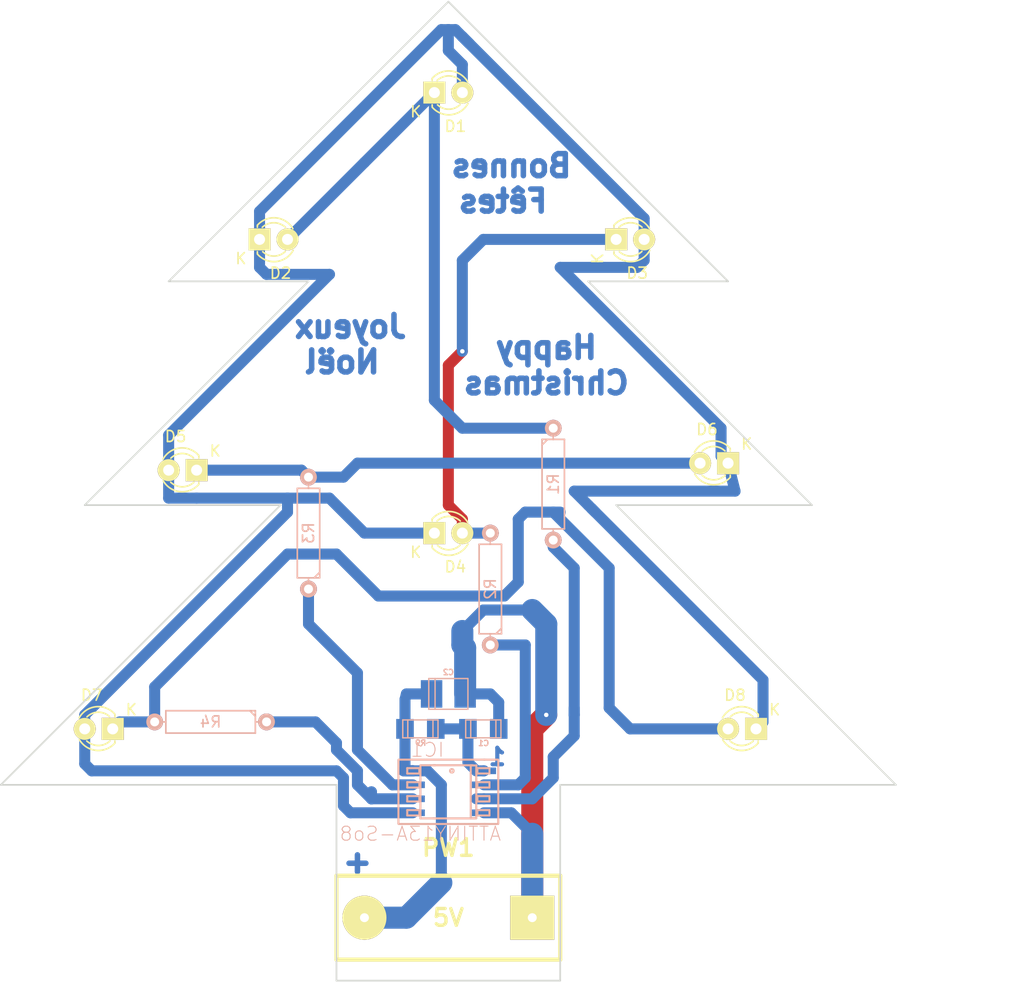
<source format=kicad_pcb>
(kicad_pcb (version 4) (host pcbnew 4.0.0-rc1-stable)

  (general
    (links 28)
    (no_connects 0)
    (area 65.964999 32.944999 147.395001 121.995001)
    (thickness 1.6)
    (drawings 23)
    (tracks 146)
    (zones 0)
    (modules 17)
    (nets 13)
  )

  (page A4)
  (layers
    (0 F.Cu signal)
    (31 B.Cu signal)
    (32 B.Adhes user)
    (33 F.Adhes user)
    (34 B.Paste user)
    (35 F.Paste user)
    (36 B.SilkS user)
    (37 F.SilkS user)
    (38 B.Mask user)
    (39 F.Mask user)
    (40 Dwgs.User user)
    (41 Cmts.User user)
    (42 Eco1.User user)
    (43 Eco2.User user)
    (44 Edge.Cuts user)
    (45 Margin user)
    (46 B.CrtYd user)
    (47 F.CrtYd user)
    (48 B.Fab user)
    (49 F.Fab user)
  )

  (setup
    (last_trace_width 0.25)
    (user_trace_width 0.5)
    (user_trace_width 0.6)
    (user_trace_width 0.8)
    (user_trace_width 1)
    (user_trace_width 2)
    (trace_clearance 0.2)
    (zone_clearance 0.508)
    (zone_45_only no)
    (trace_min 0.2)
    (segment_width 0.2)
    (edge_width 0.15)
    (via_size 0.6)
    (via_drill 0.4)
    (via_min_size 0.4)
    (via_min_drill 0.3)
    (uvia_size 0.3)
    (uvia_drill 0.1)
    (uvias_allowed no)
    (uvia_min_size 0.2)
    (uvia_min_drill 0.1)
    (pcb_text_width 0.3)
    (pcb_text_size 1.5 1.5)
    (mod_edge_width 0.15)
    (mod_text_size 1 1)
    (mod_text_width 0.15)
    (pad_size 1.524 1.524)
    (pad_drill 0.762)
    (pad_to_mask_clearance 0.2)
    (aux_axis_origin 0 0)
    (visible_elements 7FFFFFFF)
    (pcbplotparams
      (layerselection 0x00030_80000001)
      (usegerberextensions false)
      (excludeedgelayer true)
      (linewidth 0.100000)
      (plotframeref false)
      (viasonmask false)
      (mode 1)
      (useauxorigin false)
      (hpglpennumber 1)
      (hpglpenspeed 20)
      (hpglpendiameter 15)
      (hpglpenoverlay 2)
      (psnegative false)
      (psa4output false)
      (plotreference true)
      (plotvalue true)
      (plotinvisibletext false)
      (padsonsilk false)
      (subtractmaskfromsilk false)
      (outputformat 1)
      (mirror false)
      (drillshape 1)
      (scaleselection 1)
      (outputdirectory ""))
  )

  (net 0 "")
  (net 1 GND)
  (net 2 +5V)
  (net 3 "Net-(C1-Pad2)")
  (net 4 "Net-(D1-Pad2)")
  (net 5 "Net-(D1-Pad1)")
  (net 6 "Net-(D3-Pad1)")
  (net 7 "Net-(D5-Pad1)")
  (net 8 "Net-(D7-Pad1)")
  (net 9 "Net-(IC1-Pad2)")
  (net 10 "Net-(IC1-Pad3)")
  (net 11 "Net-(IC1-Pad6)")
  (net 12 "Net-(IC1-Pad7)")

  (net_class Default "Ceci est la Netclass par défaut"
    (clearance 0.2)
    (trace_width 0.25)
    (via_dia 0.6)
    (via_drill 0.4)
    (uvia_dia 0.3)
    (uvia_drill 0.1)
    (add_net +5V)
    (add_net GND)
    (add_net "Net-(C1-Pad2)")
    (add_net "Net-(D1-Pad1)")
    (add_net "Net-(D1-Pad2)")
    (add_net "Net-(D3-Pad1)")
    (add_net "Net-(D5-Pad1)")
    (add_net "Net-(D7-Pad1)")
    (add_net "Net-(IC1-Pad2)")
    (add_net "Net-(IC1-Pad3)")
    (add_net "Net-(IC1-Pad6)")
    (add_net "Net-(IC1-Pad7)")
  )

  (module w_smd_resistors:r_1206 (layer B.Cu) (tedit 490473CD) (tstamp 5635262E)
    (at 104.14 99.06)
    (descr "SMT resistor, 1206")
    (path /52CA7003)
    (fp_text reference R9 (at 0.0254 1.27) (layer B.SilkS)
      (effects (font (size 0.50038 0.50038) (thickness 0.11938)) (justify mirror))
    )
    (fp_text value 10K (at 0 -1.27) (layer B.SilkS) hide
      (effects (font (size 0.50038 0.50038) (thickness 0.11938)) (justify mirror))
    )
    (fp_line (start 1.143 -0.8128) (end 1.143 0.8128) (layer B.SilkS) (width 0.127))
    (fp_line (start -1.143 0.8128) (end -1.143 -0.8128) (layer B.SilkS) (width 0.127))
    (fp_line (start -1.6002 0.8128) (end -1.6002 -0.8128) (layer B.SilkS) (width 0.127))
    (fp_line (start -1.6002 -0.8128) (end 1.6002 -0.8128) (layer B.SilkS) (width 0.127))
    (fp_line (start 1.6002 -0.8128) (end 1.6002 0.8128) (layer B.SilkS) (width 0.127))
    (fp_line (start 1.6002 0.8128) (end -1.6002 0.8128) (layer B.SilkS) (width 0.127))
    (pad 1 smd rect (at 1.397 0) (size 1.6002 1.8034) (layers B.Cu B.Paste B.Mask)
      (net 3 "Net-(C1-Pad2)"))
    (pad 2 smd rect (at -1.397 0) (size 1.6002 1.8034) (layers B.Cu B.Paste B.Mask)
      (net 2 +5V))
    (model walter\smd_resistors\r_1206.wrl
      (at (xyz 0 0 0))
      (scale (xyz 1 1 1))
      (rotate (xyz 0 0 0))
    )
  )

  (module w_smd_cap:c_1206 (layer B.Cu) (tedit 490473F0) (tstamp 563526C3)
    (at 109.855 99.06)
    (descr "SMT capacitor, 1206")
    (path /52CA702D)
    (fp_text reference C1 (at 0.0254 1.2954) (layer B.SilkS)
      (effects (font (size 0.50038 0.50038) (thickness 0.11938)) (justify mirror))
    )
    (fp_text value 100nF (at 0 -1.27) (layer B.SilkS) hide
      (effects (font (size 0.50038 0.50038) (thickness 0.11938)) (justify mirror))
    )
    (fp_line (start 1.143 -0.8128) (end 1.143 0.8128) (layer B.SilkS) (width 0.127))
    (fp_line (start -1.143 0.8128) (end -1.143 -0.8128) (layer B.SilkS) (width 0.127))
    (fp_line (start -1.6002 0.8128) (end -1.6002 -0.8128) (layer B.SilkS) (width 0.127))
    (fp_line (start -1.6002 -0.8128) (end 1.6002 -0.8128) (layer B.SilkS) (width 0.127))
    (fp_line (start 1.6002 -0.8128) (end 1.6002 0.8128) (layer B.SilkS) (width 0.127))
    (fp_line (start 1.6002 0.8128) (end -1.6002 0.8128) (layer B.SilkS) (width 0.127))
    (pad 1 smd rect (at 1.397 0) (size 1.6002 1.8034) (layers B.Cu B.Paste B.Mask)
      (net 1 GND))
    (pad 2 smd rect (at -1.397 0) (size 1.6002 1.8034) (layers B.Cu B.Paste B.Mask)
      (net 3 "Net-(C1-Pad2)"))
    (model walter\smd_cap\c_1206.wrl
      (at (xyz 0 0 0))
      (scale (xyz 1 1 1))
      (rotate (xyz 0 0 0))
    )
  )

  (module w_smd_cap:c_tant_B (layer B.Cu) (tedit 4D5D91C5) (tstamp 563526C8)
    (at 106.68 95.885 180)
    (descr "SMT capacitor, tantalum size B")
    (path /5324BB78)
    (fp_text reference C2 (at 0 1.9685 180) (layer B.SilkS)
      (effects (font (size 0.50038 0.50038) (thickness 0.11938)) (justify mirror))
    )
    (fp_text value 10uF (at 0 -1.9685 180) (layer B.SilkS) hide
      (effects (font (size 0.50038 0.50038) (thickness 0.11938)) (justify mirror))
    )
    (fp_line (start 1.2065 1.397) (end 1.2065 -1.397) (layer B.SilkS) (width 0.127))
    (fp_line (start 1.778 1.397) (end -1.778 1.397) (layer B.SilkS) (width 0.127))
    (fp_line (start -1.778 1.397) (end -1.778 -1.397) (layer B.SilkS) (width 0.127))
    (fp_line (start -1.778 -1.397) (end 1.778 -1.397) (layer B.SilkS) (width 0.127))
    (fp_line (start 1.778 -1.397) (end 1.778 1.397) (layer B.SilkS) (width 0.127))
    (pad 1 smd rect (at 1.524 0 180) (size 1.95072 2.49936) (layers B.Cu B.Paste B.Mask)
      (net 2 +5V))
    (pad 2 smd rect (at -1.524 0 180) (size 1.95072 2.49936) (layers B.Cu B.Paste B.Mask)
      (net 1 GND))
    (model walter\smd_cap\c_tant_B.wrl
      (at (xyz 0 0 0))
      (scale (xyz 1 1 1))
      (rotate (xyz 0 0 0))
    )
  )

  (module LEDs:LED-3MM (layer F.Cu) (tedit 559B82F6) (tstamp 563526CD)
    (at 105.41 41.275)
    (descr "LED 3mm round vertical")
    (tags "LED  3mm round vertical")
    (path /52C9CCA2)
    (fp_text reference D1 (at 1.91 3.06) (layer F.SilkS)
      (effects (font (size 1 1) (thickness 0.15)))
    )
    (fp_text value LED (at 1.3 -2.9) (layer F.Fab)
      (effects (font (size 1 1) (thickness 0.15)))
    )
    (fp_line (start -1.2 2.3) (end 3.8 2.3) (layer F.CrtYd) (width 0.05))
    (fp_line (start 3.8 2.3) (end 3.8 -2.2) (layer F.CrtYd) (width 0.05))
    (fp_line (start 3.8 -2.2) (end -1.2 -2.2) (layer F.CrtYd) (width 0.05))
    (fp_line (start -1.2 -2.2) (end -1.2 2.3) (layer F.CrtYd) (width 0.05))
    (fp_line (start -0.199 1.314) (end -0.199 1.114) (layer F.SilkS) (width 0.15))
    (fp_line (start -0.199 -1.28) (end -0.199 -1.1) (layer F.SilkS) (width 0.15))
    (fp_arc (start 1.301 0.034) (end -0.199 -1.286) (angle 108.5) (layer F.SilkS) (width 0.15))
    (fp_arc (start 1.301 0.034) (end 0.25 -1.1) (angle 85.7) (layer F.SilkS) (width 0.15))
    (fp_arc (start 1.311 0.034) (end 3.051 0.994) (angle 110) (layer F.SilkS) (width 0.15))
    (fp_arc (start 1.301 0.034) (end 2.335 1.094) (angle 87.5) (layer F.SilkS) (width 0.15))
    (fp_text user K (at -1.69 1.74) (layer F.SilkS)
      (effects (font (size 1 1) (thickness 0.15)))
    )
    (pad 1 thru_hole rect (at 0 0 90) (size 2 2) (drill 1.00076) (layers *.Cu *.Mask F.SilkS)
      (net 5 "Net-(D1-Pad1)"))
    (pad 2 thru_hole circle (at 2.54 0) (size 2 2) (drill 1.00076) (layers *.Cu *.Mask F.SilkS)
      (net 4 "Net-(D1-Pad2)"))
    (model "../../../../../../Program Files (x86)/KiCad/share/modules/packages3d/LED-&-7-Segments/led_3mm_clear.wrl"
      (at (xyz 0.05 0 0))
      (scale (xyz 1 1 1))
      (rotate (xyz 0 0 90))
    )
  )

  (module LEDs:LED-3MM (layer F.Cu) (tedit 559B82F6) (tstamp 563526D2)
    (at 89.535 54.61)
    (descr "LED 3mm round vertical")
    (tags "LED  3mm round vertical")
    (path /52C9CD5B)
    (fp_text reference D2 (at 1.91 3.06) (layer F.SilkS)
      (effects (font (size 1 1) (thickness 0.15)))
    )
    (fp_text value LED (at 1.3 -2.9) (layer F.Fab)
      (effects (font (size 1 1) (thickness 0.15)))
    )
    (fp_line (start -1.2 2.3) (end 3.8 2.3) (layer F.CrtYd) (width 0.05))
    (fp_line (start 3.8 2.3) (end 3.8 -2.2) (layer F.CrtYd) (width 0.05))
    (fp_line (start 3.8 -2.2) (end -1.2 -2.2) (layer F.CrtYd) (width 0.05))
    (fp_line (start -1.2 -2.2) (end -1.2 2.3) (layer F.CrtYd) (width 0.05))
    (fp_line (start -0.199 1.314) (end -0.199 1.114) (layer F.SilkS) (width 0.15))
    (fp_line (start -0.199 -1.28) (end -0.199 -1.1) (layer F.SilkS) (width 0.15))
    (fp_arc (start 1.301 0.034) (end -0.199 -1.286) (angle 108.5) (layer F.SilkS) (width 0.15))
    (fp_arc (start 1.301 0.034) (end 0.25 -1.1) (angle 85.7) (layer F.SilkS) (width 0.15))
    (fp_arc (start 1.311 0.034) (end 3.051 0.994) (angle 110) (layer F.SilkS) (width 0.15))
    (fp_arc (start 1.301 0.034) (end 2.335 1.094) (angle 87.5) (layer F.SilkS) (width 0.15))
    (fp_text user K (at -1.69 1.74) (layer F.SilkS)
      (effects (font (size 1 1) (thickness 0.15)))
    )
    (pad 1 thru_hole rect (at 0 0 90) (size 2 2) (drill 1.00076) (layers *.Cu *.Mask F.SilkS)
      (net 4 "Net-(D1-Pad2)"))
    (pad 2 thru_hole circle (at 2.54 0) (size 2 2) (drill 1.00076) (layers *.Cu *.Mask F.SilkS)
      (net 5 "Net-(D1-Pad1)"))
    (model "../../../../../../Program Files (x86)/KiCad/share/modules/packages3d/LED-&-7-Segments/led_3mm_green.wrl"
      (at (xyz 0.05 0 0))
      (scale (xyz 1 1 1))
      (rotate (xyz 0 0 90))
    )
  )

  (module LEDs:LED-3MM (layer F.Cu) (tedit 5636768C) (tstamp 563526D7)
    (at 121.92 54.61)
    (descr "LED 3mm round vertical")
    (tags "LED  3mm round vertical")
    (path /52C9CCE6)
    (fp_text reference D3 (at 1.91 3.06) (layer F.SilkS)
      (effects (font (size 1 1) (thickness 0.15)))
    )
    (fp_text value LED (at 1.3 -2.9) (layer F.Fab)
      (effects (font (size 1 1) (thickness 0.15)))
    )
    (fp_line (start -1.2 2.3) (end 3.8 2.3) (layer F.CrtYd) (width 0.05))
    (fp_line (start 3.8 2.3) (end 3.8 -2.2) (layer F.CrtYd) (width 0.05))
    (fp_line (start 3.8 -2.2) (end -1.2 -2.2) (layer F.CrtYd) (width 0.05))
    (fp_line (start -1.2 -2.2) (end -1.2 2.3) (layer F.CrtYd) (width 0.05))
    (fp_line (start -0.199 1.314) (end -0.199 1.114) (layer F.SilkS) (width 0.15))
    (fp_line (start -0.199 -1.28) (end -0.199 -1.1) (layer F.SilkS) (width 0.15))
    (fp_arc (start 1.301 0.034) (end -0.199 -1.286) (angle 108.5) (layer F.SilkS) (width 0.15))
    (fp_arc (start 1.301 0.034) (end 0.25 -1.1) (angle 85.7) (layer F.SilkS) (width 0.15))
    (fp_arc (start 1.311 0.034) (end 3.051 0.994) (angle 110) (layer F.SilkS) (width 0.15))
    (fp_arc (start 1.301 0.034) (end 2.335 1.094) (angle 87.5) (layer F.SilkS) (width 0.15))
    (fp_text user K (at -1.69 1.74 90) (layer F.SilkS)
      (effects (font (size 1 1) (thickness 0.15)))
    )
    (pad 1 thru_hole rect (at 0 0 90) (size 2 2) (drill 1.00076) (layers *.Cu *.Mask F.SilkS)
      (net 6 "Net-(D3-Pad1)"))
    (pad 2 thru_hole circle (at 2.54 0) (size 2 2) (drill 1.00076) (layers *.Cu *.Mask F.SilkS)
      (net 4 "Net-(D1-Pad2)"))
    (model "../../../../../../Program Files (x86)/KiCad/share/modules/packages3d/LED-&-7-Segments/led_3mm_green.wrl"
      (at (xyz 0.05 0 0))
      (scale (xyz 1 1 1))
      (rotate (xyz 0 0 90))
    )
  )

  (module LEDs:LED-3MM (layer F.Cu) (tedit 559B82F6) (tstamp 563526DC)
    (at 105.41 81.28)
    (descr "LED 3mm round vertical")
    (tags "LED  3mm round vertical")
    (path /52C9CD55)
    (fp_text reference D4 (at 1.91 3.06) (layer F.SilkS)
      (effects (font (size 1 1) (thickness 0.15)))
    )
    (fp_text value LED (at 1.3 -2.9) (layer F.Fab)
      (effects (font (size 1 1) (thickness 0.15)))
    )
    (fp_line (start -1.2 2.3) (end 3.8 2.3) (layer F.CrtYd) (width 0.05))
    (fp_line (start 3.8 2.3) (end 3.8 -2.2) (layer F.CrtYd) (width 0.05))
    (fp_line (start 3.8 -2.2) (end -1.2 -2.2) (layer F.CrtYd) (width 0.05))
    (fp_line (start -1.2 -2.2) (end -1.2 2.3) (layer F.CrtYd) (width 0.05))
    (fp_line (start -0.199 1.314) (end -0.199 1.114) (layer F.SilkS) (width 0.15))
    (fp_line (start -0.199 -1.28) (end -0.199 -1.1) (layer F.SilkS) (width 0.15))
    (fp_arc (start 1.301 0.034) (end -0.199 -1.286) (angle 108.5) (layer F.SilkS) (width 0.15))
    (fp_arc (start 1.301 0.034) (end 0.25 -1.1) (angle 85.7) (layer F.SilkS) (width 0.15))
    (fp_arc (start 1.311 0.034) (end 3.051 0.994) (angle 110) (layer F.SilkS) (width 0.15))
    (fp_arc (start 1.301 0.034) (end 2.335 1.094) (angle 87.5) (layer F.SilkS) (width 0.15))
    (fp_text user K (at -1.69 1.74) (layer F.SilkS)
      (effects (font (size 1 1) (thickness 0.15)))
    )
    (pad 1 thru_hole rect (at 0 0 90) (size 2 2) (drill 1.00076) (layers *.Cu *.Mask F.SilkS)
      (net 4 "Net-(D1-Pad2)"))
    (pad 2 thru_hole circle (at 2.54 0) (size 2 2) (drill 1.00076) (layers *.Cu *.Mask F.SilkS)
      (net 6 "Net-(D3-Pad1)"))
    (model "../../../../../../Program Files (x86)/KiCad/share/modules/packages3d/LED-&-7-Segments/led_3mm_blue.wrl"
      (at (xyz 0.05 0 0))
      (scale (xyz 1 1 1))
      (rotate (xyz 0 0 90))
    )
  )

  (module LEDs:LED-3MM (layer F.Cu) (tedit 559B82F6) (tstamp 563526E1)
    (at 83.82 75.565 180)
    (descr "LED 3mm round vertical")
    (tags "LED  3mm round vertical")
    (path /52C9CC13)
    (fp_text reference D5 (at 1.91 3.06 180) (layer F.SilkS)
      (effects (font (size 1 1) (thickness 0.15)))
    )
    (fp_text value LED (at 1.3 -2.9 180) (layer F.Fab)
      (effects (font (size 1 1) (thickness 0.15)))
    )
    (fp_line (start -1.2 2.3) (end 3.8 2.3) (layer F.CrtYd) (width 0.05))
    (fp_line (start 3.8 2.3) (end 3.8 -2.2) (layer F.CrtYd) (width 0.05))
    (fp_line (start 3.8 -2.2) (end -1.2 -2.2) (layer F.CrtYd) (width 0.05))
    (fp_line (start -1.2 -2.2) (end -1.2 2.3) (layer F.CrtYd) (width 0.05))
    (fp_line (start -0.199 1.314) (end -0.199 1.114) (layer F.SilkS) (width 0.15))
    (fp_line (start -0.199 -1.28) (end -0.199 -1.1) (layer F.SilkS) (width 0.15))
    (fp_arc (start 1.301 0.034) (end -0.199 -1.286) (angle 108.5) (layer F.SilkS) (width 0.15))
    (fp_arc (start 1.301 0.034) (end 0.25 -1.1) (angle 85.7) (layer F.SilkS) (width 0.15))
    (fp_arc (start 1.311 0.034) (end 3.051 0.994) (angle 110) (layer F.SilkS) (width 0.15))
    (fp_arc (start 1.301 0.034) (end 2.335 1.094) (angle 87.5) (layer F.SilkS) (width 0.15))
    (fp_text user K (at -1.69 1.74 180) (layer F.SilkS)
      (effects (font (size 1 1) (thickness 0.15)))
    )
    (pad 1 thru_hole rect (at 0 0 270) (size 2 2) (drill 1.00076) (layers *.Cu *.Mask F.SilkS)
      (net 7 "Net-(D5-Pad1)"))
    (pad 2 thru_hole circle (at 2.54 0 180) (size 2 2) (drill 1.00076) (layers *.Cu *.Mask F.SilkS)
      (net 4 "Net-(D1-Pad2)"))
    (model "../../../../../../Program Files (x86)/KiCad/share/modules/packages3d/LED-&-7-Segments/led_3mm_yellow.wrl"
      (at (xyz 0.05 0 0))
      (scale (xyz 1 1 1))
      (rotate (xyz 0 0 90))
    )
  )

  (module LEDs:LED-3MM (layer F.Cu) (tedit 559B82F6) (tstamp 563526E6)
    (at 132.08 74.93 180)
    (descr "LED 3mm round vertical")
    (tags "LED  3mm round vertical")
    (path /52C9CD99)
    (fp_text reference D6 (at 1.91 3.06 180) (layer F.SilkS)
      (effects (font (size 1 1) (thickness 0.15)))
    )
    (fp_text value LED (at 1.3 -2.9 180) (layer F.Fab)
      (effects (font (size 1 1) (thickness 0.15)))
    )
    (fp_line (start -1.2 2.3) (end 3.8 2.3) (layer F.CrtYd) (width 0.05))
    (fp_line (start 3.8 2.3) (end 3.8 -2.2) (layer F.CrtYd) (width 0.05))
    (fp_line (start 3.8 -2.2) (end -1.2 -2.2) (layer F.CrtYd) (width 0.05))
    (fp_line (start -1.2 -2.2) (end -1.2 2.3) (layer F.CrtYd) (width 0.05))
    (fp_line (start -0.199 1.314) (end -0.199 1.114) (layer F.SilkS) (width 0.15))
    (fp_line (start -0.199 -1.28) (end -0.199 -1.1) (layer F.SilkS) (width 0.15))
    (fp_arc (start 1.301 0.034) (end -0.199 -1.286) (angle 108.5) (layer F.SilkS) (width 0.15))
    (fp_arc (start 1.301 0.034) (end 0.25 -1.1) (angle 85.7) (layer F.SilkS) (width 0.15))
    (fp_arc (start 1.311 0.034) (end 3.051 0.994) (angle 110) (layer F.SilkS) (width 0.15))
    (fp_arc (start 1.301 0.034) (end 2.335 1.094) (angle 87.5) (layer F.SilkS) (width 0.15))
    (fp_text user K (at -1.69 1.74 180) (layer F.SilkS)
      (effects (font (size 1 1) (thickness 0.15)))
    )
    (pad 1 thru_hole rect (at 0 0 270) (size 2 2) (drill 1.00076) (layers *.Cu *.Mask F.SilkS)
      (net 4 "Net-(D1-Pad2)"))
    (pad 2 thru_hole circle (at 2.54 0 180) (size 2 2) (drill 1.00076) (layers *.Cu *.Mask F.SilkS)
      (net 7 "Net-(D5-Pad1)"))
    (model "../../../../../../Program Files (x86)/KiCad/share/modules/packages3d/LED-&-7-Segments/led_3mm_yellow.wrl"
      (at (xyz 0.05 0 0))
      (scale (xyz 1 1 1))
      (rotate (xyz 0 0 90))
    )
  )

  (module LEDs:LED-3MM (layer F.Cu) (tedit 559B82F6) (tstamp 563526EB)
    (at 76.2 99.06 180)
    (descr "LED 3mm round vertical")
    (tags "LED  3mm round vertical")
    (path /52C9CCE0)
    (fp_text reference D7 (at 1.91 3.06 180) (layer F.SilkS)
      (effects (font (size 1 1) (thickness 0.15)))
    )
    (fp_text value LED (at 1.3 -2.9 180) (layer F.Fab)
      (effects (font (size 1 1) (thickness 0.15)))
    )
    (fp_line (start -1.2 2.3) (end 3.8 2.3) (layer F.CrtYd) (width 0.05))
    (fp_line (start 3.8 2.3) (end 3.8 -2.2) (layer F.CrtYd) (width 0.05))
    (fp_line (start 3.8 -2.2) (end -1.2 -2.2) (layer F.CrtYd) (width 0.05))
    (fp_line (start -1.2 -2.2) (end -1.2 2.3) (layer F.CrtYd) (width 0.05))
    (fp_line (start -0.199 1.314) (end -0.199 1.114) (layer F.SilkS) (width 0.15))
    (fp_line (start -0.199 -1.28) (end -0.199 -1.1) (layer F.SilkS) (width 0.15))
    (fp_arc (start 1.301 0.034) (end -0.199 -1.286) (angle 108.5) (layer F.SilkS) (width 0.15))
    (fp_arc (start 1.301 0.034) (end 0.25 -1.1) (angle 85.7) (layer F.SilkS) (width 0.15))
    (fp_arc (start 1.311 0.034) (end 3.051 0.994) (angle 110) (layer F.SilkS) (width 0.15))
    (fp_arc (start 1.301 0.034) (end 2.335 1.094) (angle 87.5) (layer F.SilkS) (width 0.15))
    (fp_text user K (at -1.69 1.74 180) (layer F.SilkS)
      (effects (font (size 1 1) (thickness 0.15)))
    )
    (pad 1 thru_hole rect (at 0 0 270) (size 2 2) (drill 1.00076) (layers *.Cu *.Mask F.SilkS)
      (net 8 "Net-(D7-Pad1)"))
    (pad 2 thru_hole circle (at 2.54 0 180) (size 2 2) (drill 1.00076) (layers *.Cu *.Mask F.SilkS)
      (net 4 "Net-(D1-Pad2)"))
    (model "../../../../../../Program Files (x86)/KiCad/share/modules/packages3d/LED-&-7-Segments/led_3mm_red.wrl"
      (at (xyz 0.05 0 0))
      (scale (xyz 1 1 1))
      (rotate (xyz 0 0 90))
    )
  )

  (module LEDs:LED-3MM (layer F.Cu) (tedit 559B82F6) (tstamp 563526F0)
    (at 134.62 99.06 180)
    (descr "LED 3mm round vertical")
    (tags "LED  3mm round vertical")
    (path /52C9CD93)
    (fp_text reference D8 (at 1.91 3.06 180) (layer F.SilkS)
      (effects (font (size 1 1) (thickness 0.15)))
    )
    (fp_text value LED (at 1.3 -2.9 180) (layer F.Fab)
      (effects (font (size 1 1) (thickness 0.15)))
    )
    (fp_line (start -1.2 2.3) (end 3.8 2.3) (layer F.CrtYd) (width 0.05))
    (fp_line (start 3.8 2.3) (end 3.8 -2.2) (layer F.CrtYd) (width 0.05))
    (fp_line (start 3.8 -2.2) (end -1.2 -2.2) (layer F.CrtYd) (width 0.05))
    (fp_line (start -1.2 -2.2) (end -1.2 2.3) (layer F.CrtYd) (width 0.05))
    (fp_line (start -0.199 1.314) (end -0.199 1.114) (layer F.SilkS) (width 0.15))
    (fp_line (start -0.199 -1.28) (end -0.199 -1.1) (layer F.SilkS) (width 0.15))
    (fp_arc (start 1.301 0.034) (end -0.199 -1.286) (angle 108.5) (layer F.SilkS) (width 0.15))
    (fp_arc (start 1.301 0.034) (end 0.25 -1.1) (angle 85.7) (layer F.SilkS) (width 0.15))
    (fp_arc (start 1.311 0.034) (end 3.051 0.994) (angle 110) (layer F.SilkS) (width 0.15))
    (fp_arc (start 1.301 0.034) (end 2.335 1.094) (angle 87.5) (layer F.SilkS) (width 0.15))
    (fp_text user K (at -1.69 1.74 180) (layer F.SilkS)
      (effects (font (size 1 1) (thickness 0.15)))
    )
    (pad 1 thru_hole rect (at 0 0 270) (size 2 2) (drill 1.00076) (layers *.Cu *.Mask F.SilkS)
      (net 4 "Net-(D1-Pad2)"))
    (pad 2 thru_hole circle (at 2.54 0 180) (size 2 2) (drill 1.00076) (layers *.Cu *.Mask F.SilkS)
      (net 8 "Net-(D7-Pad1)"))
    (model "../../../../../../Program Files (x86)/KiCad/share/modules/packages3d/LED-&-7-Segments/led_3mm_red.wrl"
      (at (xyz 0.05 0 0))
      (scale (xyz 1 1 1))
      (rotate (xyz 0 0 90))
    )
  )

  (module ATtiny13:ATtiny13 (layer B.Cu) (tedit 4E064003) (tstamp 563526F5)
    (at 106.045 104.775 270)
    (descr "SMALL OUTLINE INTEGRATED CIRCUIT")
    (tags "SMALL OUTLINE INTEGRATED CIRCUIT")
    (path /52BED7E9)
    (attr smd)
    (fp_text reference IC1 (at -3.81 1.27 540) (layer B.SilkS)
      (effects (font (size 1.27 1.27) (thickness 0.0889)) (justify mirror))
    )
    (fp_text value ATTINY13A-So8 (at 3.81 1.905 540) (layer B.SilkS)
      (effects (font (size 1.27 1.27) (thickness 0.0889)) (justify mirror))
    )
    (fp_line (start -2.921 -3.937) (end -2.921 3.8735) (layer B.SilkS) (width 0.1905))
    (fp_line (start 2.921 -4.0005) (end 2.921 3.8735) (layer B.SilkS) (width 0.1905))
    (fp_line (start -2.921 -3.8735) (end -2.921 -5.1435) (layer B.SilkS) (width 0.1905))
    (fp_line (start 2.921 -3.8735) (end 2.921 -5.1435) (layer B.SilkS) (width 0.1905))
    (fp_line (start -2.413 0.6985) (end -2.413 -2.8575) (layer B.SilkS) (width 0.1905))
    (fp_line (start 2.413 0.762) (end 2.413 -3.048) (layer B.SilkS) (width 0.1905))
    (fp_line (start -2.413 0.5715) (end -2.413 1.905) (layer B.SilkS) (width 0.1905))
    (fp_line (start 2.413 0.5715) (end 2.413 1.905) (layer B.SilkS) (width 0.1905))
    (fp_line (start -2.14884 -4.3688) (end -1.65862 -4.3688) (layer B.SilkS) (width 0.1905))
    (fp_line (start -1.65862 -4.3688) (end -1.65862 -3.26898) (layer B.SilkS) (width 0.1905))
    (fp_line (start -2.14884 -3.26898) (end -1.65862 -3.26898) (layer B.SilkS) (width 0.1905))
    (fp_line (start -2.14884 -4.3688) (end -2.14884 -3.26898) (layer B.SilkS) (width 0.1905))
    (fp_line (start -0.87884 -4.3688) (end -0.38862 -4.3688) (layer B.SilkS) (width 0.1905))
    (fp_line (start -0.38862 -4.3688) (end -0.38862 -3.26898) (layer B.SilkS) (width 0.1905))
    (fp_line (start -0.87884 -3.26898) (end -0.38862 -3.26898) (layer B.SilkS) (width 0.1905))
    (fp_line (start -0.87884 -4.3688) (end -0.87884 -3.26898) (layer B.SilkS) (width 0.1905))
    (fp_line (start 0.38862 -4.3688) (end 0.87884 -4.3688) (layer B.SilkS) (width 0.1905))
    (fp_line (start 0.87884 -4.3688) (end 0.87884 -3.26898) (layer B.SilkS) (width 0.1905))
    (fp_line (start 0.38862 -3.26898) (end 0.87884 -3.26898) (layer B.SilkS) (width 0.1905))
    (fp_line (start 0.38862 -4.3688) (end 0.38862 -3.26898) (layer B.SilkS) (width 0.1905))
    (fp_line (start 1.65862 -4.3688) (end 2.14884 -4.3688) (layer B.SilkS) (width 0.1905))
    (fp_line (start 2.14884 -4.3688) (end 2.14884 -3.26898) (layer B.SilkS) (width 0.1905))
    (fp_line (start 1.65862 -3.26898) (end 2.14884 -3.26898) (layer B.SilkS) (width 0.1905))
    (fp_line (start 1.65862 -4.3688) (end 1.65862 -3.26898) (layer B.SilkS) (width 0.1905))
    (fp_line (start 1.65862 1.99898) (end 2.14884 1.99898) (layer B.SilkS) (width 0.1905))
    (fp_line (start 2.14884 1.99898) (end 2.14884 3.0988) (layer B.SilkS) (width 0.1905))
    (fp_line (start 1.65862 3.0988) (end 2.14884 3.0988) (layer B.SilkS) (width 0.1905))
    (fp_line (start 1.65862 1.99898) (end 1.65862 3.0988) (layer B.SilkS) (width 0.1905))
    (fp_line (start 0.38862 1.99898) (end 0.87884 1.99898) (layer B.SilkS) (width 0.1905))
    (fp_line (start 0.87884 1.99898) (end 0.87884 3.0988) (layer B.SilkS) (width 0.1905))
    (fp_line (start 0.38862 3.0988) (end 0.87884 3.0988) (layer B.SilkS) (width 0.1905))
    (fp_line (start 0.38862 1.99898) (end 0.38862 3.0988) (layer B.SilkS) (width 0.1905))
    (fp_line (start -0.87884 1.99898) (end -0.38862 1.99898) (layer B.SilkS) (width 0.1905))
    (fp_line (start -0.38862 1.99898) (end -0.38862 3.0988) (layer B.SilkS) (width 0.1905))
    (fp_line (start -0.87884 3.0988) (end -0.38862 3.0988) (layer B.SilkS) (width 0.1905))
    (fp_line (start -0.87884 1.99898) (end -0.87884 3.0988) (layer B.SilkS) (width 0.1905))
    (fp_line (start -2.14884 1.99898) (end -1.65862 1.99898) (layer B.SilkS) (width 0.1905))
    (fp_line (start -1.65862 1.99898) (end -1.65862 3.0988) (layer B.SilkS) (width 0.1905))
    (fp_line (start -2.14884 3.0988) (end -1.65862 3.0988) (layer B.SilkS) (width 0.1905))
    (fp_line (start -2.14884 1.99898) (end -2.14884 3.0988) (layer B.SilkS) (width 0.1905))
    (fp_line (start -2.89814 3.8989) (end 2.89814 3.8989) (layer B.SilkS) (width 0.1905))
    (fp_line (start 2.89814 -5.1689) (end -2.89814 -5.1689) (layer B.SilkS) (width 0.1905))
    (fp_line (start 2.39776 -2.66954) (end 2.39776 -3.16992) (layer B.SilkS) (width 0.1905))
    (fp_line (start 2.39776 -3.16992) (end -2.39776 -3.16992) (layer B.SilkS) (width 0.1905))
    (fp_line (start -2.39776 -3.16992) (end -2.39776 -2.66954) (layer B.SilkS) (width 0.1905))
    (fp_line (start -2.39776 1.89992) (end 2.39776 1.89992) (layer B.SilkS) (width 0.1905))
    (fp_line (start 2.39776 -2.66954) (end -2.39776 -2.66954) (layer B.SilkS) (width 0.1905))
    (fp_circle (center -1.905 -0.9525) (end -2.01676 -1.06426) (layer B.SilkS) (width 0.1905))
    (pad 1 smd rect (at -1.905 -3.86842 270) (size 0.59944 2.19964) (layers B.Cu B.Paste B.Mask)
      (net 3 "Net-(C1-Pad2)"))
    (pad 2 smd rect (at -0.635 -3.86842 270) (size 0.59944 2.19964) (layers B.Cu B.Paste B.Mask)
      (net 9 "Net-(IC1-Pad2)"))
    (pad 3 smd rect (at 0.635 -3.86842 270) (size 0.59944 2.19964) (layers B.Cu B.Paste B.Mask)
      (net 10 "Net-(IC1-Pad3)"))
    (pad 4 smd rect (at 1.905 -3.86842 270) (size 0.59944 2.19964) (layers B.Cu B.Paste B.Mask)
      (net 1 GND))
    (pad 5 smd rect (at 1.905 2.59842 270) (size 0.59944 2.19964) (layers B.Cu B.Paste B.Mask)
      (net 4 "Net-(D1-Pad2)"))
    (pad 6 smd rect (at 0.635 2.59842 270) (size 0.59944 2.19964) (layers B.Cu B.Paste B.Mask)
      (net 11 "Net-(IC1-Pad6)"))
    (pad 7 smd rect (at -0.635 2.59842 270) (size 0.59944 2.19964) (layers B.Cu B.Paste B.Mask)
      (net 12 "Net-(IC1-Pad7)"))
    (pad 8 smd rect (at -1.905 2.59842 270) (size 0.59944 2.19964) (layers B.Cu B.Paste B.Mask)
      (net 2 +5V))
    (model "C:/Program Files (x86)/KiCad/share/modules/packages3d/walter/smd_dil/so-8.wrl"
      (at (xyz 0 0 0))
      (scale (xyz 1 1 1))
      (rotate (xyz 0 0 0))
    )
  )

  (module 9VConn:9VConn (layer F.Cu) (tedit 4CC82FBE) (tstamp 563680DB)
    (at 106.68 116.205)
    (path /53388D4A)
    (fp_text reference PW1 (at 0 -6.35) (layer F.SilkS)
      (effects (font (thickness 0.3048)))
    )
    (fp_text value 5V (at 0 0) (layer F.SilkS)
      (effects (font (thickness 0.3048)))
    )
    (fp_line (start 10.16 -3.81) (end -10.16 -3.81) (layer F.SilkS) (width 0.381))
    (fp_line (start -10.16 -3.81) (end -10.16 3.81) (layer F.SilkS) (width 0.381))
    (fp_line (start -10.16 3.81) (end 10.16 3.81) (layer F.SilkS) (width 0.381))
    (fp_line (start 10.16 3.81) (end 10.16 -3.81) (layer F.SilkS) (width 0.381))
    (pad 1 thru_hole rect (at 7.62 0) (size 4.0005 4.0005) (drill 0.8128) (layers *.Cu *.Mask F.SilkS)
      (net 1 GND))
    (pad 2 thru_hole circle (at -7.62 0) (size 4.0005 4.0005) (drill 0.8128) (layers *.Cu *.Mask F.SilkS)
      (net 2 +5V))
  )

  (module Discret:R4 (layer B.Cu) (tedit 0) (tstamp 563680DC)
    (at 116.205 76.835 270)
    (descr "Resitance 4 pas")
    (tags R)
    (path /53B81C3F)
    (fp_text reference R1 (at 0 0 270) (layer B.SilkS)
      (effects (font (size 1 1) (thickness 0.15)) (justify mirror))
    )
    (fp_text value R (at 0 0 270) (layer B.Fab)
      (effects (font (size 1 1) (thickness 0.15)) (justify mirror))
    )
    (fp_line (start -5.08 0) (end -4.064 0) (layer B.SilkS) (width 0.15))
    (fp_line (start -4.064 0) (end -4.064 1.016) (layer B.SilkS) (width 0.15))
    (fp_line (start -4.064 1.016) (end 4.064 1.016) (layer B.SilkS) (width 0.15))
    (fp_line (start 4.064 1.016) (end 4.064 -1.016) (layer B.SilkS) (width 0.15))
    (fp_line (start 4.064 -1.016) (end -4.064 -1.016) (layer B.SilkS) (width 0.15))
    (fp_line (start -4.064 -1.016) (end -4.064 0) (layer B.SilkS) (width 0.15))
    (fp_line (start -4.064 0.508) (end -3.556 1.016) (layer B.SilkS) (width 0.15))
    (fp_line (start 5.08 0) (end 4.064 0) (layer B.SilkS) (width 0.15))
    (pad 1 thru_hole circle (at -5.08 0 270) (size 1.524 1.524) (drill 0.8128) (layers *.Cu *.Mask B.SilkS)
      (net 5 "Net-(D1-Pad1)"))
    (pad 2 thru_hole circle (at 5.08 0 270) (size 1.524 1.524) (drill 0.8128) (layers *.Cu *.Mask B.SilkS)
      (net 10 "Net-(IC1-Pad3)"))
    (model Discret.3dshapes/R4.wrl
      (at (xyz 0 0 0))
      (scale (xyz 0.4 0.4 0.4))
      (rotate (xyz 0 0 0))
    )
  )

  (module Discret:R4 (layer B.Cu) (tedit 0) (tstamp 563680E1)
    (at 110.49 86.36 90)
    (descr "Resitance 4 pas")
    (tags R)
    (path /52C9CD43)
    (fp_text reference R2 (at 0 0 90) (layer B.SilkS)
      (effects (font (size 1 1) (thickness 0.15)) (justify mirror))
    )
    (fp_text value R (at 0 0 90) (layer B.Fab)
      (effects (font (size 1 1) (thickness 0.15)) (justify mirror))
    )
    (fp_line (start -5.08 0) (end -4.064 0) (layer B.SilkS) (width 0.15))
    (fp_line (start -4.064 0) (end -4.064 1.016) (layer B.SilkS) (width 0.15))
    (fp_line (start -4.064 1.016) (end 4.064 1.016) (layer B.SilkS) (width 0.15))
    (fp_line (start 4.064 1.016) (end 4.064 -1.016) (layer B.SilkS) (width 0.15))
    (fp_line (start 4.064 -1.016) (end -4.064 -1.016) (layer B.SilkS) (width 0.15))
    (fp_line (start -4.064 -1.016) (end -4.064 0) (layer B.SilkS) (width 0.15))
    (fp_line (start -4.064 0.508) (end -3.556 1.016) (layer B.SilkS) (width 0.15))
    (fp_line (start 5.08 0) (end 4.064 0) (layer B.SilkS) (width 0.15))
    (pad 1 thru_hole circle (at -5.08 0 90) (size 1.524 1.524) (drill 0.8128) (layers *.Cu *.Mask B.SilkS)
      (net 9 "Net-(IC1-Pad2)"))
    (pad 2 thru_hole circle (at 5.08 0 90) (size 1.524 1.524) (drill 0.8128) (layers *.Cu *.Mask B.SilkS)
      (net 6 "Net-(D3-Pad1)"))
    (model Discret.3dshapes/R4.wrl
      (at (xyz 0 0 0))
      (scale (xyz 0.4 0.4 0.4))
      (rotate (xyz 0 0 0))
    )
  )

  (module Discret:R4 (layer B.Cu) (tedit 0) (tstamp 563680E6)
    (at 93.98 81.28 90)
    (descr "Resitance 4 pas")
    (tags R)
    (path /52C9CD9F)
    (fp_text reference R3 (at 0 0 90) (layer B.SilkS)
      (effects (font (size 1 1) (thickness 0.15)) (justify mirror))
    )
    (fp_text value R (at 0 0 90) (layer B.Fab)
      (effects (font (size 1 1) (thickness 0.15)) (justify mirror))
    )
    (fp_line (start -5.08 0) (end -4.064 0) (layer B.SilkS) (width 0.15))
    (fp_line (start -4.064 0) (end -4.064 1.016) (layer B.SilkS) (width 0.15))
    (fp_line (start -4.064 1.016) (end 4.064 1.016) (layer B.SilkS) (width 0.15))
    (fp_line (start 4.064 1.016) (end 4.064 -1.016) (layer B.SilkS) (width 0.15))
    (fp_line (start 4.064 -1.016) (end -4.064 -1.016) (layer B.SilkS) (width 0.15))
    (fp_line (start -4.064 -1.016) (end -4.064 0) (layer B.SilkS) (width 0.15))
    (fp_line (start -4.064 0.508) (end -3.556 1.016) (layer B.SilkS) (width 0.15))
    (fp_line (start 5.08 0) (end 4.064 0) (layer B.SilkS) (width 0.15))
    (pad 1 thru_hole circle (at -5.08 0 90) (size 1.524 1.524) (drill 0.8128) (layers *.Cu *.Mask B.SilkS)
      (net 12 "Net-(IC1-Pad7)"))
    (pad 2 thru_hole circle (at 5.08 0 90) (size 1.524 1.524) (drill 0.8128) (layers *.Cu *.Mask B.SilkS)
      (net 7 "Net-(D5-Pad1)"))
    (model Discret.3dshapes/R4.wrl
      (at (xyz 0 0 0))
      (scale (xyz 0.4 0.4 0.4))
      (rotate (xyz 0 0 0))
    )
  )

  (module Discret:R4 (layer B.Cu) (tedit 0) (tstamp 563680EB)
    (at 85.09 98.425 180)
    (descr "Resitance 4 pas")
    (tags R)
    (path /52C9CDA5)
    (fp_text reference R4 (at 0 0 180) (layer B.SilkS)
      (effects (font (size 1 1) (thickness 0.15)) (justify mirror))
    )
    (fp_text value R (at 0 0 180) (layer B.Fab)
      (effects (font (size 1 1) (thickness 0.15)) (justify mirror))
    )
    (fp_line (start -5.08 0) (end -4.064 0) (layer B.SilkS) (width 0.15))
    (fp_line (start -4.064 0) (end -4.064 1.016) (layer B.SilkS) (width 0.15))
    (fp_line (start -4.064 1.016) (end 4.064 1.016) (layer B.SilkS) (width 0.15))
    (fp_line (start 4.064 1.016) (end 4.064 -1.016) (layer B.SilkS) (width 0.15))
    (fp_line (start 4.064 -1.016) (end -4.064 -1.016) (layer B.SilkS) (width 0.15))
    (fp_line (start -4.064 -1.016) (end -4.064 0) (layer B.SilkS) (width 0.15))
    (fp_line (start -4.064 0.508) (end -3.556 1.016) (layer B.SilkS) (width 0.15))
    (fp_line (start 5.08 0) (end 4.064 0) (layer B.SilkS) (width 0.15))
    (pad 1 thru_hole circle (at -5.08 0 180) (size 1.524 1.524) (drill 0.8128) (layers *.Cu *.Mask B.SilkS)
      (net 11 "Net-(IC1-Pad6)"))
    (pad 2 thru_hole circle (at 5.08 0 180) (size 1.524 1.524) (drill 0.8128) (layers *.Cu *.Mask B.SilkS)
      (net 8 "Net-(D7-Pad1)"))
    (model Discret.3dshapes/R4.wrl
      (at (xyz 0 0 0))
      (scale (xyz 0.4 0.4 0.4))
      (rotate (xyz 0 0 0))
    )
  )

  (gr_text 1 (at 111.125 101.6) (layer B.Cu)
    (effects (font (size 1.5 1.5) (thickness 0.375)) (justify mirror))
  )
  (gr_text "Bonnes\n Fêtes" (at 112.395 49.53) (layer B.Cu)
    (effects (font (size 2 2) (thickness 0.5)) (justify mirror))
  )
  (gr_text "Happy\nChristmas" (at 115.57 66.04) (layer B.Cu)
    (effects (font (size 2 2) (thickness 0.5)) (justify mirror))
  )
  (gr_text + (at 98.425 111.125) (layer B.Cu)
    (effects (font (size 2 2) (thickness 0.5)) (justify mirror))
  )
  (gr_text "Joyeux\n Noël\n" (at 97.79 64.135) (layer B.Cu)
    (effects (font (size 2 2) (thickness 0.5)) (justify mirror))
  )
  (gr_line (start 66.04 104.14) (end 96.52 104.14) (angle 90) (layer Edge.Cuts) (width 0.15))
  (gr_line (start 116.84 104.14) (end 147.32 104.14) (angle 90) (layer Edge.Cuts) (width 0.15))
  (dimension 88.9 (width 0.3) (layer Cmts.User)
    (gr_text "88,900 mm" (at 156.29 77.47 270) (layer Cmts.User)
      (effects (font (size 1.5 1.5) (thickness 0.3)))
    )
    (feature1 (pts (xy 106.68 121.92) (xy 157.64 121.92)))
    (feature2 (pts (xy 106.68 33.02) (xy 157.64 33.02)))
    (crossbar (pts (xy 154.94 33.02) (xy 154.94 121.92)))
    (arrow1a (pts (xy 154.94 121.92) (xy 154.353579 120.793496)))
    (arrow1b (pts (xy 154.94 121.92) (xy 155.526421 120.793496)))
    (arrow2a (pts (xy 154.94 33.02) (xy 154.353579 34.146504)))
    (arrow2b (pts (xy 154.94 33.02) (xy 155.526421 34.146504)))
  )
  (gr_line (start 116.84 121.92) (end 116.84 104.14) (angle 90) (layer Edge.Cuts) (width 0.15))
  (gr_line (start 96.52 121.92) (end 116.84 121.92) (angle 90) (layer Edge.Cuts) (width 0.15))
  (gr_line (start 96.52 104.14) (end 96.52 121.92) (angle 90) (layer Edge.Cuts) (width 0.15))
  (gr_line (start 106.68 33.02) (end 129.54 55.88) (angle 90) (layer Edge.Cuts) (width 0.15) (tstamp 563528DE))
  (gr_line (start 129.54 55.88) (end 132.08 58.42) (angle 90) (layer Edge.Cuts) (width 0.15) (tstamp 563528DD))
  (gr_line (start 132.08 58.42) (end 119.38 58.42) (angle 90) (layer Edge.Cuts) (width 0.15) (tstamp 563528DC))
  (gr_line (start 119.38 58.42) (end 139.7 78.74) (angle 90) (layer Edge.Cuts) (width 0.15) (tstamp 563528DB))
  (gr_line (start 139.7 78.74) (end 121.92 78.74) (angle 90) (layer Edge.Cuts) (width 0.15) (tstamp 563528DA))
  (gr_line (start 121.92 78.74) (end 147.32 104.14) (angle 90) (layer Edge.Cuts) (width 0.15) (tstamp 563528D9))
  (gr_line (start 91.44 78.74) (end 66.04 104.14) (angle 90) (layer Edge.Cuts) (width 0.15))
  (gr_line (start 73.66 78.74) (end 91.44 78.74) (angle 90) (layer Edge.Cuts) (width 0.15))
  (gr_line (start 93.98 58.42) (end 73.66 78.74) (angle 90) (layer Edge.Cuts) (width 0.15))
  (gr_line (start 81.28 58.42) (end 93.98 58.42) (angle 90) (layer Edge.Cuts) (width 0.15))
  (gr_line (start 83.82 55.88) (end 81.28 58.42) (angle 90) (layer Edge.Cuts) (width 0.15))
  (gr_line (start 106.68 33.02) (end 83.82 55.88) (angle 90) (layer Edge.Cuts) (width 0.15))

  (segment (start 108.204 95.885) (end 108.204 91.694) (width 2) (layer B.Cu) (net 1))
  (segment (start 108.204 91.694) (end 107.95 91.44) (width 2) (layer B.Cu) (net 1) (tstamp 56368AEC))
  (segment (start 107.95 91.44) (end 107.95 90.17) (width 2) (layer B.Cu) (net 1) (tstamp 56368AEF))
  (segment (start 107.95 90.17) (end 109.855 88.265) (width 1) (layer B.Cu) (net 1) (tstamp 56368AF0))
  (segment (start 109.855 88.265) (end 114.3 88.265) (width 1) (layer B.Cu) (net 1) (tstamp 56368AF2))
  (segment (start 114.3 88.265) (end 115.57 89.535) (width 2) (layer B.Cu) (net 1) (tstamp 56368AF4))
  (segment (start 115.57 89.535) (end 115.57 97.79) (width 2) (layer B.Cu) (net 1) (tstamp 56368AF6))
  (via (at 115.57 97.79) (size 0.6) (drill 0.4) (layers F.Cu B.Cu) (net 1))
  (segment (start 115.57 97.79) (end 114.3 99.06) (width 2) (layer F.Cu) (net 1) (tstamp 56368AFD))
  (segment (start 114.3 99.06) (end 114.3 116.205) (width 2) (layer F.Cu) (net 1) (tstamp 56368AFE))
  (segment (start 109.91342 106.68) (end 112.395 106.68) (width 1) (layer B.Cu) (net 1))
  (segment (start 114.3 108.585) (end 114.3 116.205) (width 2) (layer B.Cu) (net 1) (tstamp 563687D0))
  (segment (start 112.395 106.68) (end 114.3 108.585) (width 1) (layer B.Cu) (net 1) (tstamp 563687CF))
  (segment (start 108.204 95.885) (end 110.49 95.885) (width 1) (layer B.Cu) (net 1))
  (segment (start 111.252 96.647) (end 111.252 99.06) (width 1) (layer B.Cu) (net 1) (tstamp 563683B6))
  (segment (start 110.49 95.885) (end 111.252 96.647) (width 1) (layer B.Cu) (net 1) (tstamp 563683B5))
  (segment (start 99.06 116.205) (end 102.87 116.205) (width 2) (layer B.Cu) (net 2))
  (segment (start 104.775 102.87) (end 103.44658 102.87) (width 1) (layer B.Cu) (net 2) (tstamp 563687DF))
  (segment (start 106.045 104.14) (end 104.775 102.87) (width 1) (layer B.Cu) (net 2) (tstamp 563687DC))
  (segment (start 106.045 113.03) (end 106.045 104.14) (width 1) (layer B.Cu) (net 2) (tstamp 563687D9))
  (segment (start 102.87 116.205) (end 106.045 113.03) (width 2) (layer B.Cu) (net 2) (tstamp 563687D7))
  (segment (start 102.743 99.06) (end 102.743 102.743) (width 1) (layer B.Cu) (net 2))
  (segment (start 102.616 102.87) (end 103.44658 102.87) (width 1) (layer B.Cu) (net 2) (tstamp 5636846C) (status 20))
  (segment (start 102.743 102.743) (end 102.616 102.87) (width 1) (layer B.Cu) (net 2) (tstamp 5636846A))
  (segment (start 105.156 95.885) (end 102.87 95.885) (width 1) (layer B.Cu) (net 2))
  (segment (start 102.87 95.885) (end 102.743 96.393) (width 1) (layer B.Cu) (net 2) (tstamp 5636839D))
  (segment (start 102.743 96.393) (end 102.743 99.06) (width 1) (layer B.Cu) (net 2) (tstamp 5636839F))
  (segment (start 103.44658 102.87) (end 102.87 102.87) (width 1) (layer B.Cu) (net 2) (status 10))
  (segment (start 103.505 102.87) (end 102.87 102.87) (width 1) (layer B.Cu) (net 2) (tstamp 5636827C))
  (segment (start 108.458 99.06) (end 108.458 102.108) (width 1) (layer B.Cu) (net 3))
  (segment (start 108.458 102.108) (end 109.22 102.87) (width 1) (layer B.Cu) (net 3) (tstamp 563687B8))
  (segment (start 109.22 102.87) (end 109.91342 102.87) (width 1) (layer B.Cu) (net 3) (tstamp 563687B9))
  (segment (start 105.537 99.06) (end 108.458 99.06) (width 1) (layer B.Cu) (net 3))
  (segment (start 109.855 102.87) (end 109.91342 102.87) (width 1) (layer B.Cu) (net 3) (tstamp 56368297) (status 30))
  (segment (start 108.712 98.806) (end 108.458 99.06) (width 1) (layer B.Cu) (net 3) (tstamp 56368289))
  (segment (start 119.6975 79.0575) (end 135.255 94.615) (width 1) (layer B.Cu) (net 4))
  (segment (start 135.255 94.615) (end 135.255 98.425) (width 1) (layer B.Cu) (net 4) (tstamp 56368A91))
  (segment (start 135.255 98.425) (end 134.62 99.06) (width 1) (layer B.Cu) (net 4) (tstamp 56368A95))
  (segment (start 120.015 79.375) (end 119.6975 79.0575) (width 1) (layer B.Cu) (net 4) (tstamp 56367D0F))
  (segment (start 119.6975 79.0575) (end 119.38 78.74) (width 1) (layer B.Cu) (net 4) (tstamp 56368A16))
  (segment (start 119.38 78.74) (end 118.11 77.47) (width 1) (layer B.Cu) (net 4) (tstamp 56367D15))
  (segment (start 118.11 77.47) (end 132.715 77.47) (width 1) (layer B.Cu) (net 4) (tstamp 56367D19))
  (segment (start 132.715 77.47) (end 132.08 74.93) (width 1) (layer B.Cu) (net 4) (tstamp 56367D1E))
  (segment (start 73.66 99.06) (end 73.66 102.235) (width 1) (layer B.Cu) (net 4))
  (segment (start 97.79 106.68) (end 103.44658 106.68) (width 1) (layer B.Cu) (net 4) (tstamp 5636872A) (status 20))
  (segment (start 97.155 106.045) (end 97.79 106.68) (width 1) (layer B.Cu) (net 4) (tstamp 56368728))
  (segment (start 97.155 103.505) (end 97.155 106.045) (width 1) (layer B.Cu) (net 4) (tstamp 56368726))
  (segment (start 96.52 102.87) (end 97.155 103.505) (width 1) (layer B.Cu) (net 4) (tstamp 56368724))
  (segment (start 74.295 102.87) (end 96.52 102.87) (width 1) (layer B.Cu) (net 4) (tstamp 5636871C))
  (segment (start 73.66 102.235) (end 74.295 102.87) (width 1) (layer B.Cu) (net 4) (tstamp 5636871A))
  (segment (start 73.66 99.06) (end 73.66 97.79) (width 1) (layer B.Cu) (net 4))
  (segment (start 92.075 78.74) (end 92.075 78.105) (width 1) (layer B.Cu) (net 4) (tstamp 56367D3B))
  (segment (start 92.075 79.375) (end 92.075 78.74) (width 1) (layer B.Cu) (net 4) (tstamp 56367D38))
  (segment (start 73.66 97.79) (end 92.075 79.375) (width 1) (layer B.Cu) (net 4) (tstamp 56367D34))
  (segment (start 124.46 54.61) (end 124.46 56.515) (width 1) (layer B.Cu) (net 4))
  (segment (start 131.445 71.755) (end 131.445 74.295) (width 1) (layer B.Cu) (net 4) (tstamp 56367CF5))
  (segment (start 116.84 57.15) (end 131.445 71.755) (width 1) (layer B.Cu) (net 4) (tstamp 56367CEF))
  (segment (start 123.825 57.15) (end 116.84 57.15) (width 1) (layer B.Cu) (net 4) (tstamp 56367CE9))
  (segment (start 124.46 56.515) (end 123.825 57.15) (width 1) (layer B.Cu) (net 4) (tstamp 56367CE8))
  (segment (start 131.445 74.295) (end 132.08 74.93) (width 1) (layer B.Cu) (net 4) (tstamp 56367CFA))
  (segment (start 89.535 54.61) (end 89.535 57.15) (width 1) (layer B.Cu) (net 4))
  (segment (start 81.28 72.39) (end 81.28 75.565) (width 1) (layer B.Cu) (net 4) (tstamp 56367CAD))
  (segment (start 95.885 57.785) (end 81.28 72.39) (width 1) (layer B.Cu) (net 4) (tstamp 56367CAB))
  (segment (start 90.17 57.785) (end 95.885 57.785) (width 1) (layer B.Cu) (net 4) (tstamp 56367CA4))
  (segment (start 89.535 57.15) (end 90.17 57.785) (width 1) (layer B.Cu) (net 4) (tstamp 56367CA2))
  (segment (start 81.28 75.565) (end 81.28 78.105) (width 1) (layer B.Cu) (net 4))
  (segment (start 81.28 78.105) (end 83.82 78.105) (width 1) (layer B.Cu) (net 4) (tstamp 56367C89))
  (segment (start 83.82 78.105) (end 92.075 78.105) (width 1) (layer B.Cu) (net 4) (tstamp 56367C8D))
  (segment (start 92.075 78.105) (end 95.885 78.105) (width 1) (layer B.Cu) (net 4) (tstamp 56367D41))
  (segment (start 95.885 78.105) (end 99.06 81.28) (width 1) (layer B.Cu) (net 4) (tstamp 56367C90))
  (segment (start 99.06 81.28) (end 105.41 81.28) (width 1) (layer B.Cu) (net 4) (tstamp 56367C97) (status 20))
  (segment (start 107.95 41.275) (end 107.95 38.735) (width 1) (layer B.Cu) (net 4))
  (segment (start 106.68 37.465) (end 106.68 35.56) (width 1) (layer B.Cu) (net 4) (tstamp 56367C64))
  (segment (start 107.95 38.735) (end 106.68 37.465) (width 1) (layer B.Cu) (net 4) (tstamp 56367C62))
  (segment (start 124.46 54.61) (end 124.46 52.705) (width 1) (layer B.Cu) (net 4))
  (segment (start 124.46 52.705) (end 107.95 36.195) (width 1) (layer B.Cu) (net 4) (tstamp 56367C4D))
  (segment (start 89.535 52.07) (end 106.045 35.56) (width 1) (layer B.Cu) (net 4) (tstamp 5636779D))
  (segment (start 106.045 35.56) (end 106.68 35.56) (width 1) (layer B.Cu) (net 4) (tstamp 5636779E))
  (segment (start 106.68 35.56) (end 107.315 35.56) (width 1) (layer B.Cu) (net 4) (tstamp 56367C69))
  (segment (start 107.315 35.56) (end 107.95 36.195) (width 1) (layer B.Cu) (net 4) (tstamp 5636779F))
  (segment (start 107.95 36.195) (end 108.585 36.83) (width 1) (layer B.Cu) (net 4) (tstamp 56367C5C))
  (segment (start 89.535 54.61) (end 89.535 52.07) (width 1) (layer B.Cu) (net 4))
  (segment (start 116.205 71.755) (end 107.95 71.755) (width 1) (layer B.Cu) (net 5))
  (segment (start 105.41 69.215) (end 105.41 41.275) (width 1) (layer B.Cu) (net 5) (tstamp 563686D8))
  (segment (start 107.95 71.755) (end 105.41 69.215) (width 1) (layer B.Cu) (net 5) (tstamp 563686D3))
  (segment (start 105.41 41.275) (end 99.06 47.625) (width 1) (layer B.Cu) (net 5))
  (segment (start 99.06 47.625) (end 92.075 54.61) (width 1) (layer B.Cu) (net 5) (tstamp 56368653))
  (segment (start 106.68 66.04) (end 106.68 78.74) (width 1) (layer F.Cu) (net 6))
  (segment (start 107.95 64.77) (end 106.68 66.04) (width 1) (layer F.Cu) (net 6) (tstamp 5636869A))
  (via (at 107.95 64.77) (size 0.6) (drill 0.4) (layers F.Cu B.Cu) (net 6))
  (segment (start 107.95 56.515) (end 107.95 64.77) (width 1) (layer B.Cu) (net 6) (tstamp 56368693))
  (segment (start 109.855 54.61) (end 107.95 56.515) (width 1) (layer B.Cu) (net 6) (tstamp 56368688))
  (segment (start 121.92 54.61) (end 109.855 54.61) (width 1) (layer B.Cu) (net 6))
  (segment (start 107.95 80.01) (end 107.95 81.28) (width 1) (layer F.Cu) (net 6) (tstamp 56369214))
  (segment (start 106.68 78.74) (end 107.95 80.01) (width 1) (layer F.Cu) (net 6) (tstamp 5636920E))
  (segment (start 107.95 81.28) (end 110.49 81.28) (width 1) (layer B.Cu) (net 6) (status 10))
  (segment (start 83.82 75.565) (end 93.345 75.565) (width 1) (layer B.Cu) (net 7))
  (segment (start 93.345 75.565) (end 93.98 76.2) (width 1) (layer B.Cu) (net 7) (tstamp 563685A8))
  (segment (start 129.54 74.93) (end 98.425 74.93) (width 1) (layer B.Cu) (net 7))
  (segment (start 97.155 76.2) (end 93.98 76.2) (width 1) (layer B.Cu) (net 7) (tstamp 563685A3))
  (segment (start 98.425 74.93) (end 97.155 76.2) (width 1) (layer B.Cu) (net 7) (tstamp 5636859B))
  (segment (start 132.08 99.06) (end 123.19 99.06) (width 1) (layer B.Cu) (net 8))
  (segment (start 121.285 84.455) (end 116.205 79.375) (width 1) (layer B.Cu) (net 8) (tstamp 56368A0C))
  (segment (start 121.285 97.155) (end 121.285 84.455) (width 1) (layer B.Cu) (net 8) (tstamp 56368A0A))
  (segment (start 123.19 99.06) (end 121.285 97.155) (width 1) (layer B.Cu) (net 8) (tstamp 56368A06))
  (segment (start 80.01 98.425) (end 80.01 95.25) (width 1) (layer B.Cu) (net 8))
  (segment (start 113.665 79.375) (end 116.205 79.375) (width 1) (layer B.Cu) (net 8) (tstamp 563688FF))
  (segment (start 116.205 79.375) (end 116.84 79.375) (width 1) (layer B.Cu) (net 8) (tstamp 56368A12))
  (segment (start 113.03 80.01) (end 113.665 79.375) (width 1) (layer B.Cu) (net 8) (tstamp 563688FE))
  (segment (start 113.03 85.725) (end 113.03 80.01) (width 1) (layer B.Cu) (net 8) (tstamp 563688FB))
  (segment (start 111.76 86.995) (end 113.03 85.725) (width 1) (layer B.Cu) (net 8) (tstamp 563688F8))
  (segment (start 100.33 86.995) (end 111.76 86.995) (width 1) (layer B.Cu) (net 8) (tstamp 563688F7))
  (segment (start 96.52 83.185) (end 100.33 86.995) (width 1) (layer B.Cu) (net 8) (tstamp 563688F5))
  (segment (start 92.075 83.185) (end 96.52 83.185) (width 1) (layer B.Cu) (net 8) (tstamp 563688F2))
  (segment (start 80.01 95.25) (end 92.075 83.185) (width 1) (layer B.Cu) (net 8) (tstamp 563688ED))
  (segment (start 80.01 98.425) (end 76.835 98.425) (width 1) (layer B.Cu) (net 8))
  (segment (start 76.835 98.425) (end 76.2 99.06) (width 1) (layer B.Cu) (net 8) (tstamp 56368448))
  (segment (start 110.49 91.44) (end 113.665 91.44) (width 1) (layer B.Cu) (net 9))
  (segment (start 113.03 104.14) (end 109.91342 104.14) (width 1) (layer B.Cu) (net 9) (tstamp 5636893F))
  (segment (start 113.665 103.505) (end 113.03 104.14) (width 1) (layer B.Cu) (net 9) (tstamp 5636893B))
  (segment (start 113.665 91.44) (end 113.665 103.505) (width 1) (layer B.Cu) (net 9) (tstamp 56368938))
  (segment (start 118.11 84.455) (end 118.11 97.79) (width 1) (layer B.Cu) (net 10) (tstamp 563686E7))
  (segment (start 118.11 97.79) (end 118.11 99.695) (width 1) (layer B.Cu) (net 10))
  (segment (start 114.3 105.41) (end 109.91342 105.41) (width 1) (layer B.Cu) (net 10) (tstamp 563687CA))
  (segment (start 116.205 103.505) (end 114.3 105.41) (width 1) (layer B.Cu) (net 10) (tstamp 563687C7))
  (segment (start 116.205 101.6) (end 116.205 103.505) (width 1) (layer B.Cu) (net 10) (tstamp 563687C3))
  (segment (start 118.11 99.695) (end 116.205 101.6) (width 1) (layer B.Cu) (net 10) (tstamp 563687BE))
  (segment (start 116.205 81.915) (end 116.205 82.55) (width 1) (layer B.Cu) (net 10))
  (segment (start 116.205 82.55) (end 118.11 84.455) (width 1) (layer B.Cu) (net 10) (tstamp 563686E5))
  (segment (start 109.91342 105.41) (end 109.22 105.41) (width 1) (layer B.Cu) (net 10) (status 10))
  (segment (start 118.11 97.79) (end 118.11 97.155) (width 1) (layer B.Cu) (net 10) (tstamp 563686EC))
  (segment (start 103.44658 105.41) (end 99.695 105.41) (width 1) (layer B.Cu) (net 11))
  (segment (start 99.695 105.41) (end 99.695 104.775) (width 1) (layer B.Cu) (net 11) (tstamp 563688CE))
  (segment (start 99.695 104.775) (end 99.695 105.41) (width 1) (layer B.Cu) (net 11) (tstamp 563688D0))
  (segment (start 90.17 98.425) (end 94.615 98.425) (width 1) (layer B.Cu) (net 11))
  (segment (start 98.425 104.14) (end 99.695 105.41) (width 1) (layer B.Cu) (net 11) (tstamp 563688C5))
  (segment (start 99.695 105.41) (end 99.695 105.41) (width 1) (layer B.Cu) (net 11) (tstamp 563688D1))
  (segment (start 98.425 102.87) (end 98.425 104.14) (width 1) (layer B.Cu) (net 11) (tstamp 563688C3))
  (segment (start 96.52 100.965) (end 98.425 102.87) (width 1) (layer B.Cu) (net 11) (tstamp 563688BE))
  (segment (start 96.52 100.33) (end 96.52 100.965) (width 1) (layer B.Cu) (net 11) (tstamp 563688B7))
  (segment (start 94.615 98.425) (end 96.52 100.33) (width 1) (layer B.Cu) (net 11) (tstamp 563688AC))
  (segment (start 103.44658 104.14) (end 101.6 104.14) (width 1) (layer B.Cu) (net 12))
  (segment (start 93.98 89.535) (end 93.98 86.36) (width 1) (layer B.Cu) (net 12) (tstamp 563688E8))
  (segment (start 98.425 93.98) (end 93.98 89.535) (width 1) (layer B.Cu) (net 12) (tstamp 563688E1))
  (segment (start 98.425 100.965) (end 98.425 93.98) (width 1) (layer B.Cu) (net 12) (tstamp 563688DD))
  (segment (start 101.6 104.14) (end 98.425 100.965) (width 1) (layer B.Cu) (net 12) (tstamp 563688D3))

)

</source>
